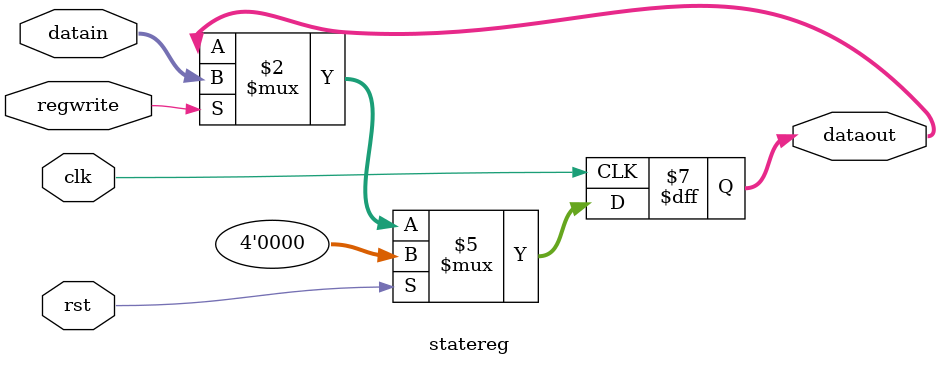
<source format=v>
`timescale 1ns / 1ps
module statereg(
   input wire clk,
	input wire rst,
	input wire regwrite,
	input wire [3:0] datain,
	output reg [3:0] dataout
   );
	always @(posedge clk) begin
		if(rst)
			dataout<=0;
		else if(regwrite)
			dataout<=datain;
	end


endmodule

</source>
